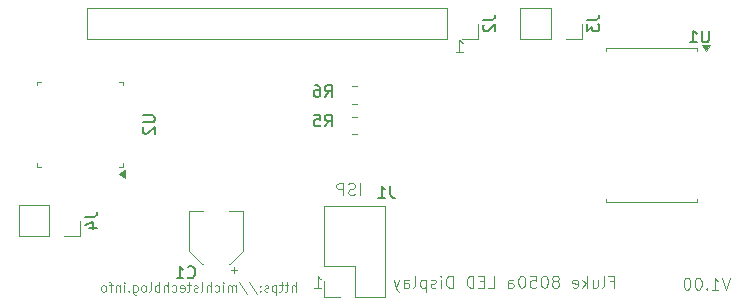
<source format=gbr>
%TF.GenerationSoftware,KiCad,Pcbnew,9.0.0*%
%TF.CreationDate,2025-05-14T14:17:17+02:00*%
%TF.ProjectId,Fluke_8050a_TM1637_Display_PCB,466c756b-655f-4383-9035-30615f544d31,rev?*%
%TF.SameCoordinates,Original*%
%TF.FileFunction,Legend,Bot*%
%TF.FilePolarity,Positive*%
%FSLAX46Y46*%
G04 Gerber Fmt 4.6, Leading zero omitted, Abs format (unit mm)*
G04 Created by KiCad (PCBNEW 9.0.0) date 2025-05-14 14:17:17*
%MOMM*%
%LPD*%
G01*
G04 APERTURE LIST*
%ADD10C,0.100000*%
%ADD11C,0.150000*%
%ADD12C,0.120000*%
G04 APERTURE END LIST*
D10*
X204338972Y-64022419D02*
X204005639Y-65022419D01*
X204005639Y-65022419D02*
X203672306Y-64022419D01*
X202815163Y-65022419D02*
X203386591Y-65022419D01*
X203100877Y-65022419D02*
X203100877Y-64022419D01*
X203100877Y-64022419D02*
X203196115Y-64165276D01*
X203196115Y-64165276D02*
X203291353Y-64260514D01*
X203291353Y-64260514D02*
X203386591Y-64308133D01*
X202386591Y-64927180D02*
X202338972Y-64974800D01*
X202338972Y-64974800D02*
X202386591Y-65022419D01*
X202386591Y-65022419D02*
X202434210Y-64974800D01*
X202434210Y-64974800D02*
X202386591Y-64927180D01*
X202386591Y-64927180D02*
X202386591Y-65022419D01*
X201719925Y-64022419D02*
X201624687Y-64022419D01*
X201624687Y-64022419D02*
X201529449Y-64070038D01*
X201529449Y-64070038D02*
X201481830Y-64117657D01*
X201481830Y-64117657D02*
X201434211Y-64212895D01*
X201434211Y-64212895D02*
X201386592Y-64403371D01*
X201386592Y-64403371D02*
X201386592Y-64641466D01*
X201386592Y-64641466D02*
X201434211Y-64831942D01*
X201434211Y-64831942D02*
X201481830Y-64927180D01*
X201481830Y-64927180D02*
X201529449Y-64974800D01*
X201529449Y-64974800D02*
X201624687Y-65022419D01*
X201624687Y-65022419D02*
X201719925Y-65022419D01*
X201719925Y-65022419D02*
X201815163Y-64974800D01*
X201815163Y-64974800D02*
X201862782Y-64927180D01*
X201862782Y-64927180D02*
X201910401Y-64831942D01*
X201910401Y-64831942D02*
X201958020Y-64641466D01*
X201958020Y-64641466D02*
X201958020Y-64403371D01*
X201958020Y-64403371D02*
X201910401Y-64212895D01*
X201910401Y-64212895D02*
X201862782Y-64117657D01*
X201862782Y-64117657D02*
X201815163Y-64070038D01*
X201815163Y-64070038D02*
X201719925Y-64022419D01*
X200767544Y-64022419D02*
X200672306Y-64022419D01*
X200672306Y-64022419D02*
X200577068Y-64070038D01*
X200577068Y-64070038D02*
X200529449Y-64117657D01*
X200529449Y-64117657D02*
X200481830Y-64212895D01*
X200481830Y-64212895D02*
X200434211Y-64403371D01*
X200434211Y-64403371D02*
X200434211Y-64641466D01*
X200434211Y-64641466D02*
X200481830Y-64831942D01*
X200481830Y-64831942D02*
X200529449Y-64927180D01*
X200529449Y-64927180D02*
X200577068Y-64974800D01*
X200577068Y-64974800D02*
X200672306Y-65022419D01*
X200672306Y-65022419D02*
X200767544Y-65022419D01*
X200767544Y-65022419D02*
X200862782Y-64974800D01*
X200862782Y-64974800D02*
X200910401Y-64927180D01*
X200910401Y-64927180D02*
X200958020Y-64831942D01*
X200958020Y-64831942D02*
X201005639Y-64641466D01*
X201005639Y-64641466D02*
X201005639Y-64403371D01*
X201005639Y-64403371D02*
X200958020Y-64212895D01*
X200958020Y-64212895D02*
X200910401Y-64117657D01*
X200910401Y-64117657D02*
X200862782Y-64070038D01*
X200862782Y-64070038D02*
X200767544Y-64022419D01*
X194212782Y-64338609D02*
X194546115Y-64338609D01*
X194546115Y-64862419D02*
X194546115Y-63862419D01*
X194546115Y-63862419D02*
X194069925Y-63862419D01*
X193546115Y-64862419D02*
X193641353Y-64814800D01*
X193641353Y-64814800D02*
X193688972Y-64719561D01*
X193688972Y-64719561D02*
X193688972Y-63862419D01*
X192736591Y-64195752D02*
X192736591Y-64862419D01*
X193165162Y-64195752D02*
X193165162Y-64719561D01*
X193165162Y-64719561D02*
X193117543Y-64814800D01*
X193117543Y-64814800D02*
X193022305Y-64862419D01*
X193022305Y-64862419D02*
X192879448Y-64862419D01*
X192879448Y-64862419D02*
X192784210Y-64814800D01*
X192784210Y-64814800D02*
X192736591Y-64767180D01*
X192260400Y-64862419D02*
X192260400Y-63862419D01*
X192165162Y-64481466D02*
X191879448Y-64862419D01*
X191879448Y-64195752D02*
X192260400Y-64576704D01*
X191069924Y-64814800D02*
X191165162Y-64862419D01*
X191165162Y-64862419D02*
X191355638Y-64862419D01*
X191355638Y-64862419D02*
X191450876Y-64814800D01*
X191450876Y-64814800D02*
X191498495Y-64719561D01*
X191498495Y-64719561D02*
X191498495Y-64338609D01*
X191498495Y-64338609D02*
X191450876Y-64243371D01*
X191450876Y-64243371D02*
X191355638Y-64195752D01*
X191355638Y-64195752D02*
X191165162Y-64195752D01*
X191165162Y-64195752D02*
X191069924Y-64243371D01*
X191069924Y-64243371D02*
X191022305Y-64338609D01*
X191022305Y-64338609D02*
X191022305Y-64433847D01*
X191022305Y-64433847D02*
X191498495Y-64529085D01*
X189688971Y-64290990D02*
X189784209Y-64243371D01*
X189784209Y-64243371D02*
X189831828Y-64195752D01*
X189831828Y-64195752D02*
X189879447Y-64100514D01*
X189879447Y-64100514D02*
X189879447Y-64052895D01*
X189879447Y-64052895D02*
X189831828Y-63957657D01*
X189831828Y-63957657D02*
X189784209Y-63910038D01*
X189784209Y-63910038D02*
X189688971Y-63862419D01*
X189688971Y-63862419D02*
X189498495Y-63862419D01*
X189498495Y-63862419D02*
X189403257Y-63910038D01*
X189403257Y-63910038D02*
X189355638Y-63957657D01*
X189355638Y-63957657D02*
X189308019Y-64052895D01*
X189308019Y-64052895D02*
X189308019Y-64100514D01*
X189308019Y-64100514D02*
X189355638Y-64195752D01*
X189355638Y-64195752D02*
X189403257Y-64243371D01*
X189403257Y-64243371D02*
X189498495Y-64290990D01*
X189498495Y-64290990D02*
X189688971Y-64290990D01*
X189688971Y-64290990D02*
X189784209Y-64338609D01*
X189784209Y-64338609D02*
X189831828Y-64386228D01*
X189831828Y-64386228D02*
X189879447Y-64481466D01*
X189879447Y-64481466D02*
X189879447Y-64671942D01*
X189879447Y-64671942D02*
X189831828Y-64767180D01*
X189831828Y-64767180D02*
X189784209Y-64814800D01*
X189784209Y-64814800D02*
X189688971Y-64862419D01*
X189688971Y-64862419D02*
X189498495Y-64862419D01*
X189498495Y-64862419D02*
X189403257Y-64814800D01*
X189403257Y-64814800D02*
X189355638Y-64767180D01*
X189355638Y-64767180D02*
X189308019Y-64671942D01*
X189308019Y-64671942D02*
X189308019Y-64481466D01*
X189308019Y-64481466D02*
X189355638Y-64386228D01*
X189355638Y-64386228D02*
X189403257Y-64338609D01*
X189403257Y-64338609D02*
X189498495Y-64290990D01*
X188688971Y-63862419D02*
X188593733Y-63862419D01*
X188593733Y-63862419D02*
X188498495Y-63910038D01*
X188498495Y-63910038D02*
X188450876Y-63957657D01*
X188450876Y-63957657D02*
X188403257Y-64052895D01*
X188403257Y-64052895D02*
X188355638Y-64243371D01*
X188355638Y-64243371D02*
X188355638Y-64481466D01*
X188355638Y-64481466D02*
X188403257Y-64671942D01*
X188403257Y-64671942D02*
X188450876Y-64767180D01*
X188450876Y-64767180D02*
X188498495Y-64814800D01*
X188498495Y-64814800D02*
X188593733Y-64862419D01*
X188593733Y-64862419D02*
X188688971Y-64862419D01*
X188688971Y-64862419D02*
X188784209Y-64814800D01*
X188784209Y-64814800D02*
X188831828Y-64767180D01*
X188831828Y-64767180D02*
X188879447Y-64671942D01*
X188879447Y-64671942D02*
X188927066Y-64481466D01*
X188927066Y-64481466D02*
X188927066Y-64243371D01*
X188927066Y-64243371D02*
X188879447Y-64052895D01*
X188879447Y-64052895D02*
X188831828Y-63957657D01*
X188831828Y-63957657D02*
X188784209Y-63910038D01*
X188784209Y-63910038D02*
X188688971Y-63862419D01*
X187450876Y-63862419D02*
X187927066Y-63862419D01*
X187927066Y-63862419D02*
X187974685Y-64338609D01*
X187974685Y-64338609D02*
X187927066Y-64290990D01*
X187927066Y-64290990D02*
X187831828Y-64243371D01*
X187831828Y-64243371D02*
X187593733Y-64243371D01*
X187593733Y-64243371D02*
X187498495Y-64290990D01*
X187498495Y-64290990D02*
X187450876Y-64338609D01*
X187450876Y-64338609D02*
X187403257Y-64433847D01*
X187403257Y-64433847D02*
X187403257Y-64671942D01*
X187403257Y-64671942D02*
X187450876Y-64767180D01*
X187450876Y-64767180D02*
X187498495Y-64814800D01*
X187498495Y-64814800D02*
X187593733Y-64862419D01*
X187593733Y-64862419D02*
X187831828Y-64862419D01*
X187831828Y-64862419D02*
X187927066Y-64814800D01*
X187927066Y-64814800D02*
X187974685Y-64767180D01*
X186784209Y-63862419D02*
X186688971Y-63862419D01*
X186688971Y-63862419D02*
X186593733Y-63910038D01*
X186593733Y-63910038D02*
X186546114Y-63957657D01*
X186546114Y-63957657D02*
X186498495Y-64052895D01*
X186498495Y-64052895D02*
X186450876Y-64243371D01*
X186450876Y-64243371D02*
X186450876Y-64481466D01*
X186450876Y-64481466D02*
X186498495Y-64671942D01*
X186498495Y-64671942D02*
X186546114Y-64767180D01*
X186546114Y-64767180D02*
X186593733Y-64814800D01*
X186593733Y-64814800D02*
X186688971Y-64862419D01*
X186688971Y-64862419D02*
X186784209Y-64862419D01*
X186784209Y-64862419D02*
X186879447Y-64814800D01*
X186879447Y-64814800D02*
X186927066Y-64767180D01*
X186927066Y-64767180D02*
X186974685Y-64671942D01*
X186974685Y-64671942D02*
X187022304Y-64481466D01*
X187022304Y-64481466D02*
X187022304Y-64243371D01*
X187022304Y-64243371D02*
X186974685Y-64052895D01*
X186974685Y-64052895D02*
X186927066Y-63957657D01*
X186927066Y-63957657D02*
X186879447Y-63910038D01*
X186879447Y-63910038D02*
X186784209Y-63862419D01*
X185593733Y-64862419D02*
X185593733Y-64338609D01*
X185593733Y-64338609D02*
X185641352Y-64243371D01*
X185641352Y-64243371D02*
X185736590Y-64195752D01*
X185736590Y-64195752D02*
X185927066Y-64195752D01*
X185927066Y-64195752D02*
X186022304Y-64243371D01*
X185593733Y-64814800D02*
X185688971Y-64862419D01*
X185688971Y-64862419D02*
X185927066Y-64862419D01*
X185927066Y-64862419D02*
X186022304Y-64814800D01*
X186022304Y-64814800D02*
X186069923Y-64719561D01*
X186069923Y-64719561D02*
X186069923Y-64624323D01*
X186069923Y-64624323D02*
X186022304Y-64529085D01*
X186022304Y-64529085D02*
X185927066Y-64481466D01*
X185927066Y-64481466D02*
X185688971Y-64481466D01*
X185688971Y-64481466D02*
X185593733Y-64433847D01*
X183879447Y-64862419D02*
X184355637Y-64862419D01*
X184355637Y-64862419D02*
X184355637Y-63862419D01*
X183546113Y-64338609D02*
X183212780Y-64338609D01*
X183069923Y-64862419D02*
X183546113Y-64862419D01*
X183546113Y-64862419D02*
X183546113Y-63862419D01*
X183546113Y-63862419D02*
X183069923Y-63862419D01*
X182641351Y-64862419D02*
X182641351Y-63862419D01*
X182641351Y-63862419D02*
X182403256Y-63862419D01*
X182403256Y-63862419D02*
X182260399Y-63910038D01*
X182260399Y-63910038D02*
X182165161Y-64005276D01*
X182165161Y-64005276D02*
X182117542Y-64100514D01*
X182117542Y-64100514D02*
X182069923Y-64290990D01*
X182069923Y-64290990D02*
X182069923Y-64433847D01*
X182069923Y-64433847D02*
X182117542Y-64624323D01*
X182117542Y-64624323D02*
X182165161Y-64719561D01*
X182165161Y-64719561D02*
X182260399Y-64814800D01*
X182260399Y-64814800D02*
X182403256Y-64862419D01*
X182403256Y-64862419D02*
X182641351Y-64862419D01*
X180879446Y-64862419D02*
X180879446Y-63862419D01*
X180879446Y-63862419D02*
X180641351Y-63862419D01*
X180641351Y-63862419D02*
X180498494Y-63910038D01*
X180498494Y-63910038D02*
X180403256Y-64005276D01*
X180403256Y-64005276D02*
X180355637Y-64100514D01*
X180355637Y-64100514D02*
X180308018Y-64290990D01*
X180308018Y-64290990D02*
X180308018Y-64433847D01*
X180308018Y-64433847D02*
X180355637Y-64624323D01*
X180355637Y-64624323D02*
X180403256Y-64719561D01*
X180403256Y-64719561D02*
X180498494Y-64814800D01*
X180498494Y-64814800D02*
X180641351Y-64862419D01*
X180641351Y-64862419D02*
X180879446Y-64862419D01*
X179879446Y-64862419D02*
X179879446Y-64195752D01*
X179879446Y-63862419D02*
X179927065Y-63910038D01*
X179927065Y-63910038D02*
X179879446Y-63957657D01*
X179879446Y-63957657D02*
X179831827Y-63910038D01*
X179831827Y-63910038D02*
X179879446Y-63862419D01*
X179879446Y-63862419D02*
X179879446Y-63957657D01*
X179450875Y-64814800D02*
X179355637Y-64862419D01*
X179355637Y-64862419D02*
X179165161Y-64862419D01*
X179165161Y-64862419D02*
X179069923Y-64814800D01*
X179069923Y-64814800D02*
X179022304Y-64719561D01*
X179022304Y-64719561D02*
X179022304Y-64671942D01*
X179022304Y-64671942D02*
X179069923Y-64576704D01*
X179069923Y-64576704D02*
X179165161Y-64529085D01*
X179165161Y-64529085D02*
X179308018Y-64529085D01*
X179308018Y-64529085D02*
X179403256Y-64481466D01*
X179403256Y-64481466D02*
X179450875Y-64386228D01*
X179450875Y-64386228D02*
X179450875Y-64338609D01*
X179450875Y-64338609D02*
X179403256Y-64243371D01*
X179403256Y-64243371D02*
X179308018Y-64195752D01*
X179308018Y-64195752D02*
X179165161Y-64195752D01*
X179165161Y-64195752D02*
X179069923Y-64243371D01*
X178593732Y-64195752D02*
X178593732Y-65195752D01*
X178593732Y-64243371D02*
X178498494Y-64195752D01*
X178498494Y-64195752D02*
X178308018Y-64195752D01*
X178308018Y-64195752D02*
X178212780Y-64243371D01*
X178212780Y-64243371D02*
X178165161Y-64290990D01*
X178165161Y-64290990D02*
X178117542Y-64386228D01*
X178117542Y-64386228D02*
X178117542Y-64671942D01*
X178117542Y-64671942D02*
X178165161Y-64767180D01*
X178165161Y-64767180D02*
X178212780Y-64814800D01*
X178212780Y-64814800D02*
X178308018Y-64862419D01*
X178308018Y-64862419D02*
X178498494Y-64862419D01*
X178498494Y-64862419D02*
X178593732Y-64814800D01*
X177546113Y-64862419D02*
X177641351Y-64814800D01*
X177641351Y-64814800D02*
X177688970Y-64719561D01*
X177688970Y-64719561D02*
X177688970Y-63862419D01*
X176736589Y-64862419D02*
X176736589Y-64338609D01*
X176736589Y-64338609D02*
X176784208Y-64243371D01*
X176784208Y-64243371D02*
X176879446Y-64195752D01*
X176879446Y-64195752D02*
X177069922Y-64195752D01*
X177069922Y-64195752D02*
X177165160Y-64243371D01*
X176736589Y-64814800D02*
X176831827Y-64862419D01*
X176831827Y-64862419D02*
X177069922Y-64862419D01*
X177069922Y-64862419D02*
X177165160Y-64814800D01*
X177165160Y-64814800D02*
X177212779Y-64719561D01*
X177212779Y-64719561D02*
X177212779Y-64624323D01*
X177212779Y-64624323D02*
X177165160Y-64529085D01*
X177165160Y-64529085D02*
X177069922Y-64481466D01*
X177069922Y-64481466D02*
X176831827Y-64481466D01*
X176831827Y-64481466D02*
X176736589Y-64433847D01*
X176355636Y-64195752D02*
X176117541Y-64862419D01*
X175879446Y-64195752D02*
X176117541Y-64862419D01*
X176117541Y-64862419D02*
X176212779Y-65100514D01*
X176212779Y-65100514D02*
X176260398Y-65148133D01*
X176260398Y-65148133D02*
X176355636Y-65195752D01*
X169167306Y-64862419D02*
X169738734Y-64862419D01*
X169453020Y-64862419D02*
X169453020Y-63862419D01*
X169453020Y-63862419D02*
X169548258Y-64005276D01*
X169548258Y-64005276D02*
X169643496Y-64100514D01*
X169643496Y-64100514D02*
X169738734Y-64148133D01*
X167593734Y-65196895D02*
X167593734Y-64396895D01*
X167250877Y-65196895D02*
X167250877Y-64777847D01*
X167250877Y-64777847D02*
X167288972Y-64701657D01*
X167288972Y-64701657D02*
X167365163Y-64663561D01*
X167365163Y-64663561D02*
X167479449Y-64663561D01*
X167479449Y-64663561D02*
X167555639Y-64701657D01*
X167555639Y-64701657D02*
X167593734Y-64739752D01*
X166984210Y-64663561D02*
X166679448Y-64663561D01*
X166869924Y-64396895D02*
X166869924Y-65082609D01*
X166869924Y-65082609D02*
X166831829Y-65158800D01*
X166831829Y-65158800D02*
X166755639Y-65196895D01*
X166755639Y-65196895D02*
X166679448Y-65196895D01*
X166527067Y-64663561D02*
X166222305Y-64663561D01*
X166412781Y-64396895D02*
X166412781Y-65082609D01*
X166412781Y-65082609D02*
X166374686Y-65158800D01*
X166374686Y-65158800D02*
X166298496Y-65196895D01*
X166298496Y-65196895D02*
X166222305Y-65196895D01*
X165955638Y-64663561D02*
X165955638Y-65463561D01*
X165955638Y-64701657D02*
X165879448Y-64663561D01*
X165879448Y-64663561D02*
X165727067Y-64663561D01*
X165727067Y-64663561D02*
X165650876Y-64701657D01*
X165650876Y-64701657D02*
X165612781Y-64739752D01*
X165612781Y-64739752D02*
X165574686Y-64815942D01*
X165574686Y-64815942D02*
X165574686Y-65044514D01*
X165574686Y-65044514D02*
X165612781Y-65120704D01*
X165612781Y-65120704D02*
X165650876Y-65158800D01*
X165650876Y-65158800D02*
X165727067Y-65196895D01*
X165727067Y-65196895D02*
X165879448Y-65196895D01*
X165879448Y-65196895D02*
X165955638Y-65158800D01*
X165269924Y-65158800D02*
X165193733Y-65196895D01*
X165193733Y-65196895D02*
X165041352Y-65196895D01*
X165041352Y-65196895D02*
X164965162Y-65158800D01*
X164965162Y-65158800D02*
X164927066Y-65082609D01*
X164927066Y-65082609D02*
X164927066Y-65044514D01*
X164927066Y-65044514D02*
X164965162Y-64968323D01*
X164965162Y-64968323D02*
X165041352Y-64930228D01*
X165041352Y-64930228D02*
X165155638Y-64930228D01*
X165155638Y-64930228D02*
X165231828Y-64892133D01*
X165231828Y-64892133D02*
X165269924Y-64815942D01*
X165269924Y-64815942D02*
X165269924Y-64777847D01*
X165269924Y-64777847D02*
X165231828Y-64701657D01*
X165231828Y-64701657D02*
X165155638Y-64663561D01*
X165155638Y-64663561D02*
X165041352Y-64663561D01*
X165041352Y-64663561D02*
X164965162Y-64701657D01*
X164584209Y-65120704D02*
X164546114Y-65158800D01*
X164546114Y-65158800D02*
X164584209Y-65196895D01*
X164584209Y-65196895D02*
X164622305Y-65158800D01*
X164622305Y-65158800D02*
X164584209Y-65120704D01*
X164584209Y-65120704D02*
X164584209Y-65196895D01*
X164584209Y-64701657D02*
X164546114Y-64739752D01*
X164546114Y-64739752D02*
X164584209Y-64777847D01*
X164584209Y-64777847D02*
X164622305Y-64739752D01*
X164622305Y-64739752D02*
X164584209Y-64701657D01*
X164584209Y-64701657D02*
X164584209Y-64777847D01*
X163631829Y-64358800D02*
X164317543Y-65387371D01*
X162793734Y-64358800D02*
X163479448Y-65387371D01*
X162527067Y-65196895D02*
X162527067Y-64663561D01*
X162527067Y-64739752D02*
X162488972Y-64701657D01*
X162488972Y-64701657D02*
X162412782Y-64663561D01*
X162412782Y-64663561D02*
X162298496Y-64663561D01*
X162298496Y-64663561D02*
X162222305Y-64701657D01*
X162222305Y-64701657D02*
X162184210Y-64777847D01*
X162184210Y-64777847D02*
X162184210Y-65196895D01*
X162184210Y-64777847D02*
X162146115Y-64701657D01*
X162146115Y-64701657D02*
X162069924Y-64663561D01*
X162069924Y-64663561D02*
X161955639Y-64663561D01*
X161955639Y-64663561D02*
X161879448Y-64701657D01*
X161879448Y-64701657D02*
X161841353Y-64777847D01*
X161841353Y-64777847D02*
X161841353Y-65196895D01*
X161460400Y-65196895D02*
X161460400Y-64663561D01*
X161460400Y-64396895D02*
X161498496Y-64434990D01*
X161498496Y-64434990D02*
X161460400Y-64473085D01*
X161460400Y-64473085D02*
X161422305Y-64434990D01*
X161422305Y-64434990D02*
X161460400Y-64396895D01*
X161460400Y-64396895D02*
X161460400Y-64473085D01*
X160736591Y-65158800D02*
X160812782Y-65196895D01*
X160812782Y-65196895D02*
X160965163Y-65196895D01*
X160965163Y-65196895D02*
X161041353Y-65158800D01*
X161041353Y-65158800D02*
X161079448Y-65120704D01*
X161079448Y-65120704D02*
X161117544Y-65044514D01*
X161117544Y-65044514D02*
X161117544Y-64815942D01*
X161117544Y-64815942D02*
X161079448Y-64739752D01*
X161079448Y-64739752D02*
X161041353Y-64701657D01*
X161041353Y-64701657D02*
X160965163Y-64663561D01*
X160965163Y-64663561D02*
X160812782Y-64663561D01*
X160812782Y-64663561D02*
X160736591Y-64701657D01*
X160393734Y-65196895D02*
X160393734Y-64396895D01*
X160050877Y-65196895D02*
X160050877Y-64777847D01*
X160050877Y-64777847D02*
X160088972Y-64701657D01*
X160088972Y-64701657D02*
X160165163Y-64663561D01*
X160165163Y-64663561D02*
X160279449Y-64663561D01*
X160279449Y-64663561D02*
X160355639Y-64701657D01*
X160355639Y-64701657D02*
X160393734Y-64739752D01*
X159555639Y-65196895D02*
X159631829Y-65158800D01*
X159631829Y-65158800D02*
X159669924Y-65082609D01*
X159669924Y-65082609D02*
X159669924Y-64396895D01*
X159288972Y-65158800D02*
X159212781Y-65196895D01*
X159212781Y-65196895D02*
X159060400Y-65196895D01*
X159060400Y-65196895D02*
X158984210Y-65158800D01*
X158984210Y-65158800D02*
X158946114Y-65082609D01*
X158946114Y-65082609D02*
X158946114Y-65044514D01*
X158946114Y-65044514D02*
X158984210Y-64968323D01*
X158984210Y-64968323D02*
X159060400Y-64930228D01*
X159060400Y-64930228D02*
X159174686Y-64930228D01*
X159174686Y-64930228D02*
X159250876Y-64892133D01*
X159250876Y-64892133D02*
X159288972Y-64815942D01*
X159288972Y-64815942D02*
X159288972Y-64777847D01*
X159288972Y-64777847D02*
X159250876Y-64701657D01*
X159250876Y-64701657D02*
X159174686Y-64663561D01*
X159174686Y-64663561D02*
X159060400Y-64663561D01*
X159060400Y-64663561D02*
X158984210Y-64701657D01*
X158717543Y-64663561D02*
X158412781Y-64663561D01*
X158603257Y-64396895D02*
X158603257Y-65082609D01*
X158603257Y-65082609D02*
X158565162Y-65158800D01*
X158565162Y-65158800D02*
X158488972Y-65196895D01*
X158488972Y-65196895D02*
X158412781Y-65196895D01*
X157841352Y-65158800D02*
X157917543Y-65196895D01*
X157917543Y-65196895D02*
X158069924Y-65196895D01*
X158069924Y-65196895D02*
X158146114Y-65158800D01*
X158146114Y-65158800D02*
X158184210Y-65082609D01*
X158184210Y-65082609D02*
X158184210Y-64777847D01*
X158184210Y-64777847D02*
X158146114Y-64701657D01*
X158146114Y-64701657D02*
X158069924Y-64663561D01*
X158069924Y-64663561D02*
X157917543Y-64663561D01*
X157917543Y-64663561D02*
X157841352Y-64701657D01*
X157841352Y-64701657D02*
X157803257Y-64777847D01*
X157803257Y-64777847D02*
X157803257Y-64854038D01*
X157803257Y-64854038D02*
X158184210Y-64930228D01*
X157117543Y-65158800D02*
X157193734Y-65196895D01*
X157193734Y-65196895D02*
X157346115Y-65196895D01*
X157346115Y-65196895D02*
X157422305Y-65158800D01*
X157422305Y-65158800D02*
X157460400Y-65120704D01*
X157460400Y-65120704D02*
X157498496Y-65044514D01*
X157498496Y-65044514D02*
X157498496Y-64815942D01*
X157498496Y-64815942D02*
X157460400Y-64739752D01*
X157460400Y-64739752D02*
X157422305Y-64701657D01*
X157422305Y-64701657D02*
X157346115Y-64663561D01*
X157346115Y-64663561D02*
X157193734Y-64663561D01*
X157193734Y-64663561D02*
X157117543Y-64701657D01*
X156774686Y-65196895D02*
X156774686Y-64396895D01*
X156431829Y-65196895D02*
X156431829Y-64777847D01*
X156431829Y-64777847D02*
X156469924Y-64701657D01*
X156469924Y-64701657D02*
X156546115Y-64663561D01*
X156546115Y-64663561D02*
X156660401Y-64663561D01*
X156660401Y-64663561D02*
X156736591Y-64701657D01*
X156736591Y-64701657D02*
X156774686Y-64739752D01*
X156050876Y-65196895D02*
X156050876Y-64396895D01*
X156050876Y-64701657D02*
X155974686Y-64663561D01*
X155974686Y-64663561D02*
X155822305Y-64663561D01*
X155822305Y-64663561D02*
X155746114Y-64701657D01*
X155746114Y-64701657D02*
X155708019Y-64739752D01*
X155708019Y-64739752D02*
X155669924Y-64815942D01*
X155669924Y-64815942D02*
X155669924Y-65044514D01*
X155669924Y-65044514D02*
X155708019Y-65120704D01*
X155708019Y-65120704D02*
X155746114Y-65158800D01*
X155746114Y-65158800D02*
X155822305Y-65196895D01*
X155822305Y-65196895D02*
X155974686Y-65196895D01*
X155974686Y-65196895D02*
X156050876Y-65158800D01*
X155212781Y-65196895D02*
X155288971Y-65158800D01*
X155288971Y-65158800D02*
X155327066Y-65082609D01*
X155327066Y-65082609D02*
X155327066Y-64396895D01*
X154793733Y-65196895D02*
X154869923Y-65158800D01*
X154869923Y-65158800D02*
X154908018Y-65120704D01*
X154908018Y-65120704D02*
X154946114Y-65044514D01*
X154946114Y-65044514D02*
X154946114Y-64815942D01*
X154946114Y-64815942D02*
X154908018Y-64739752D01*
X154908018Y-64739752D02*
X154869923Y-64701657D01*
X154869923Y-64701657D02*
X154793733Y-64663561D01*
X154793733Y-64663561D02*
X154679447Y-64663561D01*
X154679447Y-64663561D02*
X154603256Y-64701657D01*
X154603256Y-64701657D02*
X154565161Y-64739752D01*
X154565161Y-64739752D02*
X154527066Y-64815942D01*
X154527066Y-64815942D02*
X154527066Y-65044514D01*
X154527066Y-65044514D02*
X154565161Y-65120704D01*
X154565161Y-65120704D02*
X154603256Y-65158800D01*
X154603256Y-65158800D02*
X154679447Y-65196895D01*
X154679447Y-65196895D02*
X154793733Y-65196895D01*
X153841351Y-64663561D02*
X153841351Y-65311180D01*
X153841351Y-65311180D02*
X153879446Y-65387371D01*
X153879446Y-65387371D02*
X153917542Y-65425466D01*
X153917542Y-65425466D02*
X153993732Y-65463561D01*
X153993732Y-65463561D02*
X154108018Y-65463561D01*
X154108018Y-65463561D02*
X154184208Y-65425466D01*
X153841351Y-65158800D02*
X153917542Y-65196895D01*
X153917542Y-65196895D02*
X154069923Y-65196895D01*
X154069923Y-65196895D02*
X154146113Y-65158800D01*
X154146113Y-65158800D02*
X154184208Y-65120704D01*
X154184208Y-65120704D02*
X154222304Y-65044514D01*
X154222304Y-65044514D02*
X154222304Y-64815942D01*
X154222304Y-64815942D02*
X154184208Y-64739752D01*
X154184208Y-64739752D02*
X154146113Y-64701657D01*
X154146113Y-64701657D02*
X154069923Y-64663561D01*
X154069923Y-64663561D02*
X153917542Y-64663561D01*
X153917542Y-64663561D02*
X153841351Y-64701657D01*
X153460398Y-65120704D02*
X153422303Y-65158800D01*
X153422303Y-65158800D02*
X153460398Y-65196895D01*
X153460398Y-65196895D02*
X153498494Y-65158800D01*
X153498494Y-65158800D02*
X153460398Y-65120704D01*
X153460398Y-65120704D02*
X153460398Y-65196895D01*
X153079446Y-65196895D02*
X153079446Y-64663561D01*
X153079446Y-64396895D02*
X153117542Y-64434990D01*
X153117542Y-64434990D02*
X153079446Y-64473085D01*
X153079446Y-64473085D02*
X153041351Y-64434990D01*
X153041351Y-64434990D02*
X153079446Y-64396895D01*
X153079446Y-64396895D02*
X153079446Y-64473085D01*
X152698494Y-64663561D02*
X152698494Y-65196895D01*
X152698494Y-64739752D02*
X152660399Y-64701657D01*
X152660399Y-64701657D02*
X152584209Y-64663561D01*
X152584209Y-64663561D02*
X152469923Y-64663561D01*
X152469923Y-64663561D02*
X152393732Y-64701657D01*
X152393732Y-64701657D02*
X152355637Y-64777847D01*
X152355637Y-64777847D02*
X152355637Y-65196895D01*
X152088970Y-64663561D02*
X151784208Y-64663561D01*
X151974684Y-65196895D02*
X151974684Y-64511180D01*
X151974684Y-64511180D02*
X151936589Y-64434990D01*
X151936589Y-64434990D02*
X151860399Y-64396895D01*
X151860399Y-64396895D02*
X151784208Y-64396895D01*
X151403256Y-65196895D02*
X151479446Y-65158800D01*
X151479446Y-65158800D02*
X151517541Y-65120704D01*
X151517541Y-65120704D02*
X151555637Y-65044514D01*
X151555637Y-65044514D02*
X151555637Y-64815942D01*
X151555637Y-64815942D02*
X151517541Y-64739752D01*
X151517541Y-64739752D02*
X151479446Y-64701657D01*
X151479446Y-64701657D02*
X151403256Y-64663561D01*
X151403256Y-64663561D02*
X151288970Y-64663561D01*
X151288970Y-64663561D02*
X151212779Y-64701657D01*
X151212779Y-64701657D02*
X151174684Y-64739752D01*
X151174684Y-64739752D02*
X151136589Y-64815942D01*
X151136589Y-64815942D02*
X151136589Y-65044514D01*
X151136589Y-65044514D02*
X151174684Y-65120704D01*
X151174684Y-65120704D02*
X151212779Y-65158800D01*
X151212779Y-65158800D02*
X151288970Y-65196895D01*
X151288970Y-65196895D02*
X151403256Y-65196895D01*
X181172306Y-44872419D02*
X181743734Y-44872419D01*
X181458020Y-44872419D02*
X181458020Y-43872419D01*
X181458020Y-43872419D02*
X181553258Y-44015276D01*
X181553258Y-44015276D02*
X181648496Y-44110514D01*
X181648496Y-44110514D02*
X181743734Y-44158133D01*
X173046115Y-57022419D02*
X173046115Y-56022419D01*
X172617544Y-56974800D02*
X172474687Y-57022419D01*
X172474687Y-57022419D02*
X172236592Y-57022419D01*
X172236592Y-57022419D02*
X172141354Y-56974800D01*
X172141354Y-56974800D02*
X172093735Y-56927180D01*
X172093735Y-56927180D02*
X172046116Y-56831942D01*
X172046116Y-56831942D02*
X172046116Y-56736704D01*
X172046116Y-56736704D02*
X172093735Y-56641466D01*
X172093735Y-56641466D02*
X172141354Y-56593847D01*
X172141354Y-56593847D02*
X172236592Y-56546228D01*
X172236592Y-56546228D02*
X172427068Y-56498609D01*
X172427068Y-56498609D02*
X172522306Y-56450990D01*
X172522306Y-56450990D02*
X172569925Y-56403371D01*
X172569925Y-56403371D02*
X172617544Y-56308133D01*
X172617544Y-56308133D02*
X172617544Y-56212895D01*
X172617544Y-56212895D02*
X172569925Y-56117657D01*
X172569925Y-56117657D02*
X172522306Y-56070038D01*
X172522306Y-56070038D02*
X172427068Y-56022419D01*
X172427068Y-56022419D02*
X172188973Y-56022419D01*
X172188973Y-56022419D02*
X172046116Y-56070038D01*
X171617544Y-57022419D02*
X171617544Y-56022419D01*
X171617544Y-56022419D02*
X171236592Y-56022419D01*
X171236592Y-56022419D02*
X171141354Y-56070038D01*
X171141354Y-56070038D02*
X171093735Y-56117657D01*
X171093735Y-56117657D02*
X171046116Y-56212895D01*
X171046116Y-56212895D02*
X171046116Y-56355752D01*
X171046116Y-56355752D02*
X171093735Y-56450990D01*
X171093735Y-56450990D02*
X171141354Y-56498609D01*
X171141354Y-56498609D02*
X171236592Y-56546228D01*
X171236592Y-56546228D02*
X171617544Y-56546228D01*
D11*
X175583333Y-56254819D02*
X175583333Y-56969104D01*
X175583333Y-56969104D02*
X175630952Y-57111961D01*
X175630952Y-57111961D02*
X175726190Y-57207200D01*
X175726190Y-57207200D02*
X175869047Y-57254819D01*
X175869047Y-57254819D02*
X175964285Y-57254819D01*
X174583333Y-57254819D02*
X175154761Y-57254819D01*
X174869047Y-57254819D02*
X174869047Y-56254819D01*
X174869047Y-56254819D02*
X174964285Y-56397676D01*
X174964285Y-56397676D02*
X175059523Y-56492914D01*
X175059523Y-56492914D02*
X175154761Y-56540533D01*
X202561904Y-43104819D02*
X202561904Y-43914342D01*
X202561904Y-43914342D02*
X202514285Y-44009580D01*
X202514285Y-44009580D02*
X202466666Y-44057200D01*
X202466666Y-44057200D02*
X202371428Y-44104819D01*
X202371428Y-44104819D02*
X202180952Y-44104819D01*
X202180952Y-44104819D02*
X202085714Y-44057200D01*
X202085714Y-44057200D02*
X202038095Y-44009580D01*
X202038095Y-44009580D02*
X201990476Y-43914342D01*
X201990476Y-43914342D02*
X201990476Y-43104819D01*
X200990476Y-44104819D02*
X201561904Y-44104819D01*
X201276190Y-44104819D02*
X201276190Y-43104819D01*
X201276190Y-43104819D02*
X201371428Y-43247676D01*
X201371428Y-43247676D02*
X201466666Y-43342914D01*
X201466666Y-43342914D02*
X201561904Y-43390533D01*
X149784819Y-58866666D02*
X150499104Y-58866666D01*
X150499104Y-58866666D02*
X150641961Y-58819047D01*
X150641961Y-58819047D02*
X150737200Y-58723809D01*
X150737200Y-58723809D02*
X150784819Y-58580952D01*
X150784819Y-58580952D02*
X150784819Y-58485714D01*
X150118152Y-59771428D02*
X150784819Y-59771428D01*
X149737200Y-59533333D02*
X150451485Y-59295238D01*
X150451485Y-59295238D02*
X150451485Y-59914285D01*
X183484819Y-42166666D02*
X184199104Y-42166666D01*
X184199104Y-42166666D02*
X184341961Y-42119047D01*
X184341961Y-42119047D02*
X184437200Y-42023809D01*
X184437200Y-42023809D02*
X184484819Y-41880952D01*
X184484819Y-41880952D02*
X184484819Y-41785714D01*
X183580057Y-42595238D02*
X183532438Y-42642857D01*
X183532438Y-42642857D02*
X183484819Y-42738095D01*
X183484819Y-42738095D02*
X183484819Y-42976190D01*
X183484819Y-42976190D02*
X183532438Y-43071428D01*
X183532438Y-43071428D02*
X183580057Y-43119047D01*
X183580057Y-43119047D02*
X183675295Y-43166666D01*
X183675295Y-43166666D02*
X183770533Y-43166666D01*
X183770533Y-43166666D02*
X183913390Y-43119047D01*
X183913390Y-43119047D02*
X184484819Y-42547619D01*
X184484819Y-42547619D02*
X184484819Y-43166666D01*
X170066666Y-48704819D02*
X170399999Y-48228628D01*
X170638094Y-48704819D02*
X170638094Y-47704819D01*
X170638094Y-47704819D02*
X170257142Y-47704819D01*
X170257142Y-47704819D02*
X170161904Y-47752438D01*
X170161904Y-47752438D02*
X170114285Y-47800057D01*
X170114285Y-47800057D02*
X170066666Y-47895295D01*
X170066666Y-47895295D02*
X170066666Y-48038152D01*
X170066666Y-48038152D02*
X170114285Y-48133390D01*
X170114285Y-48133390D02*
X170161904Y-48181009D01*
X170161904Y-48181009D02*
X170257142Y-48228628D01*
X170257142Y-48228628D02*
X170638094Y-48228628D01*
X169209523Y-47704819D02*
X169399999Y-47704819D01*
X169399999Y-47704819D02*
X169495237Y-47752438D01*
X169495237Y-47752438D02*
X169542856Y-47800057D01*
X169542856Y-47800057D02*
X169638094Y-47942914D01*
X169638094Y-47942914D02*
X169685713Y-48133390D01*
X169685713Y-48133390D02*
X169685713Y-48514342D01*
X169685713Y-48514342D02*
X169638094Y-48609580D01*
X169638094Y-48609580D02*
X169590475Y-48657200D01*
X169590475Y-48657200D02*
X169495237Y-48704819D01*
X169495237Y-48704819D02*
X169304761Y-48704819D01*
X169304761Y-48704819D02*
X169209523Y-48657200D01*
X169209523Y-48657200D02*
X169161904Y-48609580D01*
X169161904Y-48609580D02*
X169114285Y-48514342D01*
X169114285Y-48514342D02*
X169114285Y-48276247D01*
X169114285Y-48276247D02*
X169161904Y-48181009D01*
X169161904Y-48181009D02*
X169209523Y-48133390D01*
X169209523Y-48133390D02*
X169304761Y-48085771D01*
X169304761Y-48085771D02*
X169495237Y-48085771D01*
X169495237Y-48085771D02*
X169590475Y-48133390D01*
X169590475Y-48133390D02*
X169638094Y-48181009D01*
X169638094Y-48181009D02*
X169685713Y-48276247D01*
X158466666Y-63959580D02*
X158514285Y-64007200D01*
X158514285Y-64007200D02*
X158657142Y-64054819D01*
X158657142Y-64054819D02*
X158752380Y-64054819D01*
X158752380Y-64054819D02*
X158895237Y-64007200D01*
X158895237Y-64007200D02*
X158990475Y-63911961D01*
X158990475Y-63911961D02*
X159038094Y-63816723D01*
X159038094Y-63816723D02*
X159085713Y-63626247D01*
X159085713Y-63626247D02*
X159085713Y-63483390D01*
X159085713Y-63483390D02*
X159038094Y-63292914D01*
X159038094Y-63292914D02*
X158990475Y-63197676D01*
X158990475Y-63197676D02*
X158895237Y-63102438D01*
X158895237Y-63102438D02*
X158752380Y-63054819D01*
X158752380Y-63054819D02*
X158657142Y-63054819D01*
X158657142Y-63054819D02*
X158514285Y-63102438D01*
X158514285Y-63102438D02*
X158466666Y-63150057D01*
X157514285Y-64054819D02*
X158085713Y-64054819D01*
X157799999Y-64054819D02*
X157799999Y-63054819D01*
X157799999Y-63054819D02*
X157895237Y-63197676D01*
X157895237Y-63197676D02*
X157990475Y-63292914D01*
X157990475Y-63292914D02*
X158085713Y-63340533D01*
X192284819Y-42166666D02*
X192999104Y-42166666D01*
X192999104Y-42166666D02*
X193141961Y-42119047D01*
X193141961Y-42119047D02*
X193237200Y-42023809D01*
X193237200Y-42023809D02*
X193284819Y-41880952D01*
X193284819Y-41880952D02*
X193284819Y-41785714D01*
X192284819Y-42547619D02*
X192284819Y-43166666D01*
X192284819Y-43166666D02*
X192665771Y-42833333D01*
X192665771Y-42833333D02*
X192665771Y-42976190D01*
X192665771Y-42976190D02*
X192713390Y-43071428D01*
X192713390Y-43071428D02*
X192761009Y-43119047D01*
X192761009Y-43119047D02*
X192856247Y-43166666D01*
X192856247Y-43166666D02*
X193094342Y-43166666D01*
X193094342Y-43166666D02*
X193189580Y-43119047D01*
X193189580Y-43119047D02*
X193237200Y-43071428D01*
X193237200Y-43071428D02*
X193284819Y-42976190D01*
X193284819Y-42976190D02*
X193284819Y-42690476D01*
X193284819Y-42690476D02*
X193237200Y-42595238D01*
X193237200Y-42595238D02*
X193189580Y-42547619D01*
X170066666Y-51204819D02*
X170399999Y-50728628D01*
X170638094Y-51204819D02*
X170638094Y-50204819D01*
X170638094Y-50204819D02*
X170257142Y-50204819D01*
X170257142Y-50204819D02*
X170161904Y-50252438D01*
X170161904Y-50252438D02*
X170114285Y-50300057D01*
X170114285Y-50300057D02*
X170066666Y-50395295D01*
X170066666Y-50395295D02*
X170066666Y-50538152D01*
X170066666Y-50538152D02*
X170114285Y-50633390D01*
X170114285Y-50633390D02*
X170161904Y-50681009D01*
X170161904Y-50681009D02*
X170257142Y-50728628D01*
X170257142Y-50728628D02*
X170638094Y-50728628D01*
X169161904Y-50204819D02*
X169638094Y-50204819D01*
X169638094Y-50204819D02*
X169685713Y-50681009D01*
X169685713Y-50681009D02*
X169638094Y-50633390D01*
X169638094Y-50633390D02*
X169542856Y-50585771D01*
X169542856Y-50585771D02*
X169304761Y-50585771D01*
X169304761Y-50585771D02*
X169209523Y-50633390D01*
X169209523Y-50633390D02*
X169161904Y-50681009D01*
X169161904Y-50681009D02*
X169114285Y-50776247D01*
X169114285Y-50776247D02*
X169114285Y-51014342D01*
X169114285Y-51014342D02*
X169161904Y-51109580D01*
X169161904Y-51109580D02*
X169209523Y-51157200D01*
X169209523Y-51157200D02*
X169304761Y-51204819D01*
X169304761Y-51204819D02*
X169542856Y-51204819D01*
X169542856Y-51204819D02*
X169638094Y-51157200D01*
X169638094Y-51157200D02*
X169685713Y-51109580D01*
X154659819Y-50278095D02*
X155469342Y-50278095D01*
X155469342Y-50278095D02*
X155564580Y-50325714D01*
X155564580Y-50325714D02*
X155612200Y-50373333D01*
X155612200Y-50373333D02*
X155659819Y-50468571D01*
X155659819Y-50468571D02*
X155659819Y-50659047D01*
X155659819Y-50659047D02*
X155612200Y-50754285D01*
X155612200Y-50754285D02*
X155564580Y-50801904D01*
X155564580Y-50801904D02*
X155469342Y-50849523D01*
X155469342Y-50849523D02*
X154659819Y-50849523D01*
X154755057Y-51278095D02*
X154707438Y-51325714D01*
X154707438Y-51325714D02*
X154659819Y-51420952D01*
X154659819Y-51420952D02*
X154659819Y-51659047D01*
X154659819Y-51659047D02*
X154707438Y-51754285D01*
X154707438Y-51754285D02*
X154755057Y-51801904D01*
X154755057Y-51801904D02*
X154850295Y-51849523D01*
X154850295Y-51849523D02*
X154945533Y-51849523D01*
X154945533Y-51849523D02*
X155088390Y-51801904D01*
X155088390Y-51801904D02*
X155659819Y-51230476D01*
X155659819Y-51230476D02*
X155659819Y-51849523D01*
D12*
%TO.C,J1*%
X169995000Y-57915000D02*
X175195000Y-57915000D01*
X169995000Y-63055000D02*
X169995000Y-57915000D01*
X169995000Y-63055000D02*
X172595000Y-63055000D01*
X169995000Y-64325000D02*
X169995000Y-65655000D01*
X169995000Y-65655000D02*
X171325000Y-65655000D01*
X172595000Y-63055000D02*
X172595000Y-65655000D01*
X172595000Y-65655000D02*
X175195000Y-65655000D01*
X175195000Y-65655000D02*
X175195000Y-57915000D01*
%TO.C,U1*%
X193840000Y-44590000D02*
X193840000Y-44825000D01*
X193840000Y-57610000D02*
X193840000Y-57375000D01*
X197700000Y-44590000D02*
X193840000Y-44590000D01*
X197700000Y-44590000D02*
X201560000Y-44590000D01*
X197700000Y-57610000D02*
X193840000Y-57610000D01*
X197700000Y-57610000D02*
X201560000Y-57610000D01*
X201560000Y-44590000D02*
X201560000Y-44825000D01*
X201560000Y-57610000D02*
X201560000Y-57375000D01*
X202350000Y-44825000D02*
X202010000Y-44355000D01*
X202690000Y-44355000D01*
X202350000Y-44825000D01*
G36*
X202350000Y-44825000D02*
G01*
X202010000Y-44355000D01*
X202690000Y-44355000D01*
X202350000Y-44825000D01*
G37*
%TO.C,J4*%
X144130000Y-60530000D02*
X144130000Y-57870000D01*
X146730000Y-57870000D02*
X144130000Y-57870000D01*
X146730000Y-60530000D02*
X144130000Y-60530000D01*
X146730000Y-60530000D02*
X146730000Y-57870000D01*
X148000000Y-60530000D02*
X149330000Y-60530000D01*
X149330000Y-60530000D02*
X149330000Y-59200000D01*
%TO.C,J2*%
X149890000Y-43830000D02*
X149890000Y-41170000D01*
X180430000Y-41170000D02*
X149890000Y-41170000D01*
X180430000Y-43830000D02*
X149890000Y-43830000D01*
X180430000Y-43830000D02*
X180430000Y-41170000D01*
X181700000Y-43830000D02*
X183030000Y-43830000D01*
X183030000Y-43830000D02*
X183030000Y-42500000D01*
%TO.C,R6*%
X172322936Y-47815000D02*
X172777064Y-47815000D01*
X172322936Y-49285000D02*
X172777064Y-49285000D01*
%TO.C,C1*%
X158590000Y-58340000D02*
X159790000Y-58340000D01*
X158590000Y-61795563D02*
X158590000Y-58340000D01*
X159654437Y-62860000D02*
X158590000Y-61795563D01*
X159654437Y-62860000D02*
X159790000Y-62860000D01*
X162045563Y-62860000D02*
X161910000Y-62860000D01*
X162045563Y-62860000D02*
X163110000Y-61795563D01*
X162410000Y-63600000D02*
X162410000Y-63100000D01*
X162660000Y-63350000D02*
X162160000Y-63350000D01*
X163110000Y-58340000D02*
X161910000Y-58340000D01*
X163110000Y-61795563D02*
X163110000Y-58340000D01*
%TO.C,J3*%
X186630000Y-43830000D02*
X186630000Y-41170000D01*
X189230000Y-41170000D02*
X186630000Y-41170000D01*
X189230000Y-43830000D02*
X186630000Y-43830000D01*
X189230000Y-43830000D02*
X189230000Y-41170000D01*
X190500000Y-43830000D02*
X191830000Y-43830000D01*
X191830000Y-43830000D02*
X191830000Y-42500000D01*
%TO.C,R5*%
X172322936Y-50415000D02*
X172777064Y-50415000D01*
X172322936Y-51885000D02*
X172777064Y-51885000D01*
%TO.C,U2*%
X145715000Y-47430000D02*
X146015000Y-47430000D01*
X145715000Y-47730000D02*
X145715000Y-47430000D01*
X145715000Y-54350000D02*
X145715000Y-54650000D01*
X145715000Y-54650000D02*
X146015000Y-54650000D01*
X152935000Y-47430000D02*
X152635000Y-47430000D01*
X152935000Y-47730000D02*
X152935000Y-47430000D01*
X152935000Y-54350000D02*
X152935000Y-54650000D01*
X152935000Y-54650000D02*
X152635000Y-54650000D01*
X153105000Y-55592500D02*
X152635000Y-55252500D01*
X153105000Y-54912500D01*
X153105000Y-55592500D01*
G36*
X153105000Y-55592500D02*
G01*
X152635000Y-55252500D01*
X153105000Y-54912500D01*
X153105000Y-55592500D01*
G37*
%TD*%
M02*

</source>
